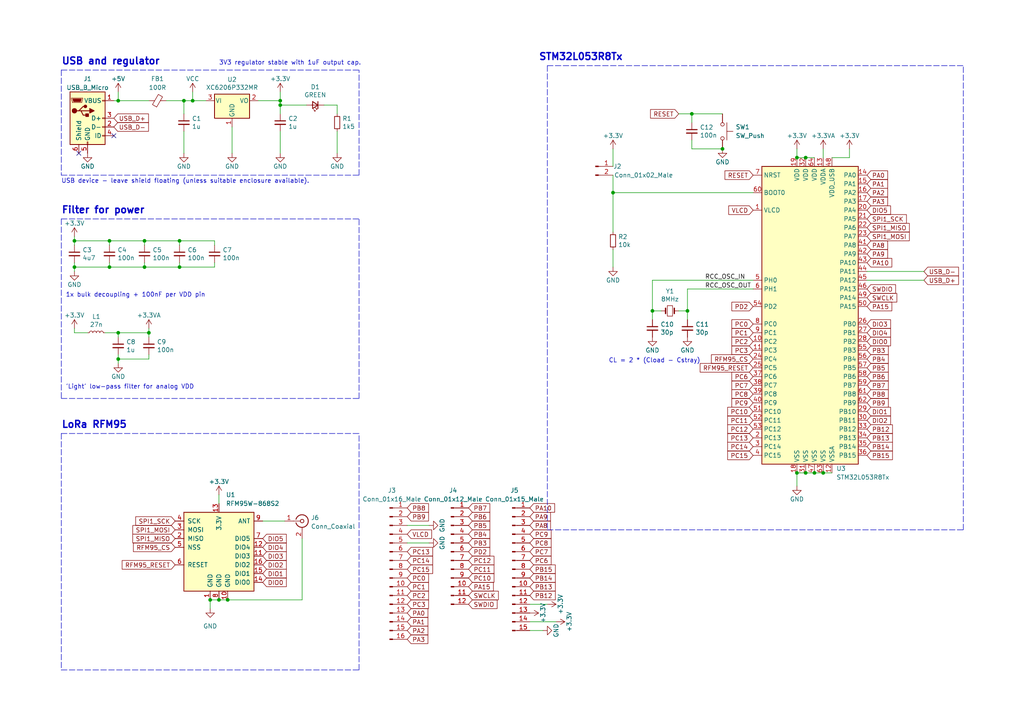
<source format=kicad_sch>
(kicad_sch (version 20211123) (generator eeschema)
  (paper "A4")
  (lib_symbols
    (symbol "Connector:Conn_01x02_Male" (pin_names (offset 1.016) hide)
      (property "Reference" "J" (at 0 2.54 0))
      (property "Value" "Conn_01x02_Male" (at 0 -5.08 0))
      (symbol "Conn_01x02_Male_1_1"
        (pin passive line (at 5.08 0 180) (length 3.81) (name "Pin_1") (number "1"))
        (pin passive line (at 5.08 -2.54 180) (length 3.81) (name "Pin_2") (number "2"))
      )
    )
    (symbol "Connector:Conn_01x12_Male" (pin_names (offset 1.016) hide)
      (property "Reference" "J" (at 0 15.24 0))
      (property "Value" "Conn_01x12_Male" (at 0 -17.78 0))
      (symbol "Conn_01x12_Male_1_1"
        (pin passive line (at 5.08 12.7 180) (length 3.81) (name "Pin_1") (number "1"))
        (pin passive line (at 5.08 -10.16 180) (length 3.81) (name "Pin_10") (number "10"))
        (pin passive line (at 5.08 -12.7 180) (length 3.81) (name "Pin_11") (number "11"))
        (pin passive line (at 5.08 -15.24 180) (length 3.81) (name "Pin_12") (number "12"))
        (pin passive line (at 5.08 10.16 180) (length 3.81) (name "Pin_2") (number "2"))
        (pin passive line (at 5.08 7.62 180) (length 3.81) (name "Pin_3") (number "3"))
        (pin passive line (at 5.08 5.08 180) (length 3.81) (name "Pin_4") (number "4"))
        (pin passive line (at 5.08 2.54 180) (length 3.81) (name "Pin_5") (number "5"))
        (pin passive line (at 5.08 0 180) (length 3.81) (name "Pin_6") (number "6"))
        (pin passive line (at 5.08 -2.54 180) (length 3.81) (name "Pin_7") (number "7"))
        (pin passive line (at 5.08 -5.08 180) (length 3.81) (name "Pin_8") (number "8"))
        (pin passive line (at 5.08 -7.62 180) (length 3.81) (name "Pin_9") (number "9"))
      )
    )
    (symbol "Connector:Conn_01x15_Male" (pin_names (offset 1.016) hide)
      (property "Reference" "J" (at 0 20.32 0))
      (property "Value" "Conn_01x15_Male" (at 0 -20.32 0))
      (symbol "Conn_01x15_Male_1_1"
        (pin passive line (at 5.08 17.78 180) (length 3.81) (name "Pin_1") (number "1"))
        (pin passive line (at 5.08 -5.08 180) (length 3.81) (name "Pin_10") (number "10"))
        (pin passive line (at 5.08 -7.62 180) (length 3.81) (name "Pin_11") (number "11"))
        (pin passive line (at 5.08 -10.16 180) (length 3.81) (name "Pin_12") (number "12"))
        (pin passive line (at 5.08 -12.7 180) (length 3.81) (name "Pin_13") (number "13"))
        (pin passive line (at 5.08 -15.24 180) (length 3.81) (name "Pin_14") (number "14"))
        (pin passive line (at 5.08 -17.78 180) (length 3.81) (name "Pin_15") (number "15"))
        (pin passive line (at 5.08 15.24 180) (length 3.81) (name "Pin_2") (number "2"))
        (pin passive line (at 5.08 12.7 180) (length 3.81) (name "Pin_3") (number "3"))
        (pin passive line (at 5.08 10.16 180) (length 3.81) (name "Pin_4") (number "4"))
        (pin passive line (at 5.08 7.62 180) (length 3.81) (name "Pin_5") (number "5"))
        (pin passive line (at 5.08 5.08 180) (length 3.81) (name "Pin_6") (number "6"))
        (pin passive line (at 5.08 2.54 180) (length 3.81) (name "Pin_7") (number "7"))
        (pin passive line (at 5.08 0 180) (length 3.81) (name "Pin_8") (number "8"))
        (pin passive line (at 5.08 -2.54 180) (length 3.81) (name "Pin_9") (number "9"))
      )
    )
    (symbol "Connector:Conn_01x16_Male" (pin_names (offset 1.016) hide)
      (property "Reference" "J" (at 0 20.32 0))
      (property "Value" "Conn_01x16_Male" (at 0 -22.86 0))
      (symbol "Conn_01x16_Male_1_1"
        (pin passive line (at 5.08 17.78 180) (length 3.81) (name "Pin_1") (number "1"))
        (pin passive line (at 5.08 -5.08 180) (length 3.81) (name "Pin_10") (number "10"))
        (pin passive line (at 5.08 -7.62 180) (length 3.81) (name "Pin_11") (number "11"))
        (pin passive line (at 5.08 -10.16 180) (length 3.81) (name "Pin_12") (number "12"))
        (pin passive line (at 5.08 -12.7 180) (length 3.81) (name "Pin_13") (number "13"))
        (pin passive line (at 5.08 -15.24 180) (length 3.81) (name "Pin_14") (number "14"))
        (pin passive line (at 5.08 -17.78 180) (length 3.81) (name "Pin_15") (number "15"))
        (pin passive line (at 5.08 -20.32 180) (length 3.81) (name "Pin_16") (number "16"))
        (pin passive line (at 5.08 15.24 180) (length 3.81) (name "Pin_2") (number "2"))
        (pin passive line (at 5.08 12.7 180) (length 3.81) (name "Pin_3") (number "3"))
        (pin passive line (at 5.08 10.16 180) (length 3.81) (name "Pin_4") (number "4"))
        (pin passive line (at 5.08 7.62 180) (length 3.81) (name "Pin_5") (number "5"))
        (pin passive line (at 5.08 5.08 180) (length 3.81) (name "Pin_6") (number "6"))
        (pin passive line (at 5.08 2.54 180) (length 3.81) (name "Pin_7") (number "7"))
        (pin passive line (at 5.08 0 180) (length 3.81) (name "Pin_8") (number "8"))
        (pin passive line (at 5.08 -2.54 180) (length 3.81) (name "Pin_9") (number "9"))
      )
    )
    (symbol "Connector:Conn_Coaxial" (pin_names (offset 1.016) hide)
      (property "Reference" "J" (at 0.254 3.048 0))
      (property "Value" "Conn_Coaxial" (at 2.921 0 90))
      (symbol "Conn_Coaxial_1_1"
        (pin passive line (at -5.08 0 0) (length 2.54) (name "In") (number "1"))
        (pin passive line (at 0 -5.08 90) (length 2.54) (name "Ext") (number "2"))
      )
    )
    (symbol "Connector:USB_B_Micro" (pin_names (offset 1.016))
      (property "Reference" "J" (at -5.08 11.43 0))
      (property "Value" "USB_B_Micro" (at -5.08 8.89 0))
      (symbol "USB_B_Micro_1_1"
        (pin power_out line (at 7.62 5.08 180) (length 2.54) (name "VBUS") (number "1"))
        (pin bidirectional line (at 7.62 -2.54 180) (length 2.54) (name "D-") (number "2"))
        (pin bidirectional line (at 7.62 0 180) (length 2.54) (name "D+") (number "3"))
        (pin passive line (at 7.62 -5.08 180) (length 2.54) (name "ID") (number "4"))
        (pin power_out line (at 0 -10.16 90) (length 2.54) (name "GND") (number "5"))
        (pin passive line (at -2.54 -10.16 90) (length 2.54) (name "Shield") (number "6"))
      )
    )
    (symbol "Device:C_Small" (pin_numbers hide) (pin_names (offset 0.254) hide)
      (property "Reference" "C" (at 0.254 1.778 0))
      (property "Value" "C_Small" (at 0.254 -2.032 0))
      (symbol "C_Small_1_1"
        (pin passive line (at 0 2.54 270) (length 2.032) (name "~") (number "1"))
        (pin passive line (at 0 -2.54 90) (length 2.032) (name "~") (number "2"))
      )
    )
    (symbol "Device:Crystal_Small" (pin_numbers hide) (pin_names (offset 1.016) hide)
      (property "Reference" "Y" (at 0 2.54 0))
      (property "Value" "Crystal_Small" (at 0 -2.54 0))
      (symbol "Crystal_Small_1_1"
        (pin passive line (at -2.54 0 0) (length 1.27) (name "1") (number "1"))
        (pin passive line (at 2.54 0 180) (length 1.27) (name "2") (number "2"))
      )
    )
    (symbol "Device:FerriteBead_Small" (pin_numbers hide) (pin_names (offset 0))
      (property "Reference" "FB" (at 1.905 1.27 0))
      (property "Value" "FerriteBead_Small" (at 1.905 -1.27 0))
      (symbol "FerriteBead_Small_1_1"
        (pin passive line (at 0 2.54 270) (length 1.27) (name "~") (number "1"))
        (pin passive line (at 0 -2.54 90) (length 1.27) (name "~") (number "2"))
      )
    )
    (symbol "Device:LED_Small" (pin_numbers hide) (pin_names (offset 0.254) hide)
      (property "Reference" "D" (at -1.27 3.175 0))
      (property "Value" "LED_Small" (at -4.445 -2.54 0))
      (symbol "LED_Small_1_1"
        (pin passive line (at -2.54 0 0) (length 1.778) (name "K") (number "1"))
        (pin passive line (at 2.54 0 180) (length 1.778) (name "A") (number "2"))
      )
    )
    (symbol "Device:L_Small" (pin_numbers hide) (pin_names (offset 0.254) hide)
      (property "Reference" "L" (at 0.762 1.016 0))
      (property "Value" "L_Small" (at 0.762 -1.016 0))
      (symbol "L_Small_1_1"
        (pin passive line (at 0 2.54 270) (length 0.508) (name "~") (number "1"))
        (pin passive line (at 0 -2.54 90) (length 0.508) (name "~") (number "2"))
      )
    )
    (symbol "Device:R_Small" (pin_numbers hide) (pin_names (offset 0.254) hide)
      (property "Reference" "R" (at 0.762 0.508 0))
      (property "Value" "R_Small" (at 0.762 -1.016 0))
      (symbol "R_Small_1_1"
        (pin passive line (at 0 2.54 270) (length 0.762) (name "~") (number "1"))
        (pin passive line (at 0 -2.54 90) (length 0.762) (name "~") (number "2"))
      )
    )
    (symbol "MCU_ST_STM32L0:STM32L053R8Tx"
      (property "Reference" "U" (at -15.24 44.45 0))
      (property "Value" "STM32L053R8Tx" (at 7.62 44.45 0))
      (symbol "STM32L053R8Tx_1_1"
        (pin power_in line (at -17.78 30.48 0) (length 2.54) (name "VLCD") (number "1"))
        (pin bidirectional line (at -17.78 -7.62 0) (length 2.54) (name "PC2") (number "10"))
        (pin bidirectional line (at -17.78 -10.16 0) (length 2.54) (name "PC3") (number "11"))
        (pin power_in line (at 5.08 -45.72 90) (length 2.54) (name "VSSA") (number "12"))
        (pin power_in line (at 2.54 45.72 270) (length 2.54) (name "VDDA") (number "13"))
        (pin bidirectional line (at 15.24 40.64 180) (length 2.54) (name "PA0") (number "14"))
        (pin bidirectional line (at 15.24 38.1 180) (length 2.54) (name "PA1") (number "15"))
        (pin bidirectional line (at 15.24 35.56 180) (length 2.54) (name "PA2") (number "16"))
        (pin bidirectional line (at 15.24 33.02 180) (length 2.54) (name "PA3") (number "17"))
        (pin power_in line (at -5.08 -45.72 90) (length 2.54) (name "VSS") (number "18"))
        (pin power_in line (at -5.08 45.72 270) (length 2.54) (name "VDD") (number "19"))
        (pin bidirectional line (at -17.78 -35.56 0) (length 2.54) (name "PC13") (number "2"))
        (pin bidirectional line (at 15.24 30.48 180) (length 2.54) (name "PA4") (number "20"))
        (pin bidirectional line (at 15.24 27.94 180) (length 2.54) (name "PA5") (number "21"))
        (pin bidirectional line (at 15.24 25.4 180) (length 2.54) (name "PA6") (number "22"))
        (pin bidirectional line (at 15.24 22.86 180) (length 2.54) (name "PA7") (number "23"))
        (pin bidirectional line (at -17.78 -12.7 0) (length 2.54) (name "PC4") (number "24"))
        (pin bidirectional line (at -17.78 -15.24 0) (length 2.54) (name "PC5") (number "25"))
        (pin bidirectional line (at 15.24 -2.54 180) (length 2.54) (name "PB0") (number "26"))
        (pin bidirectional line (at 15.24 -5.08 180) (length 2.54) (name "PB1") (number "27"))
        (pin bidirectional line (at 15.24 -7.62 180) (length 2.54) (name "PB2") (number "28"))
        (pin bidirectional line (at 15.24 -27.94 180) (length 2.54) (name "PB10") (number "29"))
        (pin bidirectional line (at -17.78 -38.1 0) (length 2.54) (name "PC14") (number "3"))
        (pin bidirectional line (at 15.24 -30.48 180) (length 2.54) (name "PB11") (number "30"))
        (pin power_in line (at -2.54 -45.72 90) (length 2.54) (name "VSS") (number "31"))
        (pin power_in line (at -2.54 45.72 270) (length 2.54) (name "VDD") (number "32"))
        (pin bidirectional line (at 15.24 -33.02 180) (length 2.54) (name "PB12") (number "33"))
        (pin bidirectional line (at 15.24 -35.56 180) (length 2.54) (name "PB13") (number "34"))
        (pin bidirectional line (at 15.24 -38.1 180) (length 2.54) (name "PB14") (number "35"))
        (pin bidirectional line (at 15.24 -40.64 180) (length 2.54) (name "PB15") (number "36"))
        (pin bidirectional line (at -17.78 -17.78 0) (length 2.54) (name "PC6") (number "37"))
        (pin bidirectional line (at -17.78 -20.32 0) (length 2.54) (name "PC7") (number "38"))
        (pin bidirectional line (at -17.78 -22.86 0) (length 2.54) (name "PC8") (number "39"))
        (pin bidirectional line (at -17.78 -40.64 0) (length 2.54) (name "PC15") (number "4"))
        (pin bidirectional line (at -17.78 -25.4 0) (length 2.54) (name "PC9") (number "40"))
        (pin bidirectional line (at 15.24 20.32 180) (length 2.54) (name "PA8") (number "41"))
        (pin bidirectional line (at 15.24 17.78 180) (length 2.54) (name "PA9") (number "42"))
        (pin bidirectional line (at 15.24 15.24 180) (length 2.54) (name "PA10") (number "43"))
        (pin bidirectional line (at 15.24 12.7 180) (length 2.54) (name "PA11") (number "44"))
        (pin bidirectional line (at 15.24 10.16 180) (length 2.54) (name "PA12") (number "45"))
        (pin bidirectional line (at 15.24 7.62 180) (length 2.54) (name "PA13") (number "46"))
        (pin power_in line (at 0 -45.72 90) (length 2.54) (name "VSS") (number "47"))
        (pin power_in line (at 5.08 45.72 270) (length 2.54) (name "VDD_USB") (number "48"))
        (pin bidirectional line (at 15.24 5.08 180) (length 2.54) (name "PA14") (number "49"))
        (pin input line (at -17.78 10.16 0) (length 2.54) (name "PH0") (number "5"))
        (pin bidirectional line (at 15.24 2.54 180) (length 2.54) (name "PA15") (number "50"))
        (pin bidirectional line (at -17.78 -27.94 0) (length 2.54) (name "PC10") (number "51"))
        (pin bidirectional line (at -17.78 -30.48 0) (length 2.54) (name "PC11") (number "52"))
        (pin bidirectional line (at -17.78 -33.02 0) (length 2.54) (name "PC12") (number "53"))
        (pin bidirectional line (at -17.78 2.54 0) (length 2.54) (name "PD2") (number "54"))
        (pin bidirectional line (at 15.24 -10.16 180) (length 2.54) (name "PB3") (number "55"))
        (pin bidirectional line (at 15.24 -12.7 180) (length 2.54) (name "PB4") (number "56"))
        (pin bidirectional line (at 15.24 -15.24 180) (length 2.54) (name "PB5") (number "57"))
        (pin bidirectional line (at 15.24 -17.78 180) (length 2.54) (name "PB6") (number "58"))
        (pin bidirectional line (at 15.24 -20.32 180) (length 2.54) (name "PB7") (number "59"))
        (pin input line (at -17.78 7.62 0) (length 2.54) (name "PH1") (number "6"))
        (pin input line (at -17.78 35.56 0) (length 2.54) (name "BOOT0") (number "60"))
        (pin bidirectional line (at 15.24 -22.86 180) (length 2.54) (name "PB8") (number "61"))
        (pin bidirectional line (at 15.24 -25.4 180) (length 2.54) (name "PB9") (number "62"))
        (pin power_in line (at 2.54 -45.72 90) (length 2.54) (name "VSS") (number "63"))
        (pin power_in line (at 0 45.72 270) (length 2.54) (name "VDD") (number "64"))
        (pin input line (at -17.78 40.64 0) (length 2.54) (name "NRST") (number "7"))
        (pin bidirectional line (at -17.78 -2.54 0) (length 2.54) (name "PC0") (number "8"))
        (pin bidirectional line (at -17.78 -5.08 0) (length 2.54) (name "PC1") (number "9"))
      )
    )
    (symbol "RF_Module:RFM95W-868S2" (pin_names (offset 1.016))
      (property "Reference" "U" (at -10.414 11.684 0))
      (property "Value" "RFM95W-868S2" (at 1.524 11.43 0))
      (symbol "RFM95W-868S2_1_1"
        (pin power_in line (at -2.54 -15.24 90) (length 2.54) (name "GND") (number "1"))
        (pin power_in line (at 2.54 -15.24 90) (length 2.54) (name "GND") (number "10"))
        (pin bidirectional line (at 12.7 -2.54 180) (length 2.54) (name "DIO3") (number "11"))
        (pin bidirectional line (at 12.7 0 180) (length 2.54) (name "DIO4") (number "12"))
        (pin power_in line (at 0 12.7 270) (length 2.54) (name "3.3V") (number "13"))
        (pin bidirectional line (at 12.7 -10.16 180) (length 2.54) (name "DIO0") (number "14"))
        (pin bidirectional line (at 12.7 -7.62 180) (length 2.54) (name "DIO1") (number "15"))
        (pin bidirectional line (at 12.7 -5.08 180) (length 2.54) (name "DIO2") (number "16"))
        (pin output line (at -12.7 2.54 0) (length 2.54) (name "MISO") (number "2"))
        (pin input line (at -12.7 5.08 0) (length 2.54) (name "MOSI") (number "3"))
        (pin input line (at -12.7 7.62 0) (length 2.54) (name "SCK") (number "4"))
        (pin input line (at -12.7 0 0) (length 2.54) (name "NSS") (number "5"))
        (pin bidirectional line (at -12.7 -5.08 0) (length 2.54) (name "RESET") (number "6"))
        (pin bidirectional line (at 12.7 2.54 180) (length 2.54) (name "DIO5") (number "7"))
        (pin power_in line (at 0 -15.24 90) (length 2.54) (name "GND") (number "8"))
        (pin bidirectional line (at 12.7 7.62 180) (length 2.54) (name "ANT") (number "9"))
      )
    )
    (symbol "Regulator_Linear:XC6206PxxxMR" (pin_names (offset 0.254))
      (property "Reference" "U" (at -3.81 3.175 0))
      (property "Value" "XC6206PxxxMR" (at 0 3.175 0))
      (symbol "XC6206PxxxMR_1_1"
        (pin power_in line (at 0 -7.62 90) (length 2.54) (name "GND") (number "1"))
        (pin power_out line (at 7.62 0 180) (length 2.54) (name "VO") (number "2"))
        (pin power_in line (at -7.62 0 0) (length 2.54) (name "VI") (number "3"))
      )
    )
    (symbol "Switch:SW_Push" (pin_numbers hide) (pin_names (offset 1.016) hide)
      (property "Reference" "SW" (at 1.27 2.54 0))
      (property "Value" "SW_Push" (at 0 -1.524 0))
      (symbol "SW_Push_0_1"
        (pin passive line (at -5.08 0 0) (length 2.54) (name "1") (number "1"))
        (pin passive line (at 5.08 0 180) (length 2.54) (name "2") (number "2"))
      )
    )
    (symbol "power:+3.3V" (power) (pin_names (offset 0))
      (property "Value" "+3.3V" (at 0 3.556 0))
      (symbol "+3.3V_1_1"
        (pin power_in line (at 0 0 90) (length 0) hide (name "+3.3V") (number "1"))
      )
    )
    (symbol "power:+3.3VA" (power) (pin_names (offset 0))
      (property "Value" "+3.3VA" (at 0 3.556 0))
      (symbol "+3.3VA_1_1"
        (pin power_in line (at 0 0 90) (length 0) hide (name "+3.3VA") (number "1"))
      )
    )
    (symbol "power:+5V" (power) (pin_names (offset 0))
      (property "Value" "+5V" (at 0 3.556 0))
      (symbol "+5V_1_1"
        (pin power_in line (at 0 0 90) (length 0) hide (name "+5V") (number "1"))
      )
    )
    (symbol "power:GND" (power) (pin_names (offset 0))
      (property "Value" "GND" (at 0 -3.81 0))
      (symbol "GND_1_1"
        (pin power_in line (at 0 0 270) (length 0) hide (name "GND") (number "1"))
      )
    )
    (symbol "power:VCC" (power) (pin_names (offset 0))
      (property "Value" "VCC" (at 0 3.81 0))
      (symbol "VCC_1_1"
        (pin power_in line (at 0 0 90) (length 0) hide (name "VCC") (number "1"))
      )
    )
  )
  (junction (at 233.68 45.72))
  (junction (at 231.14 45.72))
  (junction (at 233.68 137.16))
  (junction (at 200.66 33.02))
  (junction (at 236.22 137.16))
  (junction (at 34.29 29.21))
  (junction (at 177.8 55.88))
  (junction (at 41.91 77.47))
  (junction (at 66.04 173.99))
  (junction (at 238.76 137.16))
  (junction (at 41.91 69.85))
  (junction (at 31.75 77.47))
  (junction (at 81.28 29.21))
  (junction (at 189.23 90.17))
  (junction (at 60.96 173.99))
  (junction (at 21.59 69.85))
  (junction (at 231.14 137.16))
  (junction (at 34.29 96.52))
  (junction (at 52.07 77.47))
  (junction (at 53.34 29.21))
  (junction (at 43.18 96.52))
  (junction (at 63.5 173.99))
  (junction (at 209.55 43.18))
  (junction (at 199.39 90.17))
  (junction (at 52.07 69.85))
  (junction (at 34.29 104.14))
  (junction (at 21.59 77.47))
  (junction (at 81.28 30.48))
  (junction (at 31.75 69.85))
  (junction (at 55.88 29.21))
  (no_connect (at 33.02 39.37))
  (no_connect (at 22.86 44.45))
  (wire (pts (xy 34.29 104.14) (xy 43.18 104.14)))
  (wire (pts (xy 97.79 33.02) (xy 97.79 30.48)))
  (wire (pts (xy 87.63 156.21) (xy 87.63 173.99)))
  (wire (pts (xy 189.23 92.71) (xy 189.23 90.17)))
  (polyline (pts (xy 158.75 19.05) (xy 158.75 153.67)))
  (wire (pts (xy 196.85 33.02) (xy 200.66 33.02)))
  (wire (pts (xy 196.85 90.17) (xy 199.39 90.17)))
  (wire (pts (xy 238.76 43.18) (xy 238.76 45.72)))
  (wire (pts (xy 199.39 92.71) (xy 199.39 90.17)))
  (wire (pts (xy 81.28 29.21) (xy 81.28 30.48)))
  (wire (pts (xy 48.26 29.21) (xy 53.34 29.21)))
  (polyline (pts (xy 104.14 115.57) (xy 104.14 63.5)))
  (wire (pts (xy 200.66 43.18) (xy 209.55 43.18)))
  (wire (pts (xy 189.23 90.17) (xy 191.77 90.17)))
  (polyline (pts (xy 158.75 153.67) (xy 279.4 153.67)))
  (wire (pts (xy 41.91 71.12) (xy 41.91 69.85)))
  (wire (pts (xy 81.28 44.45) (xy 81.28 38.1)))
  (wire (pts (xy 97.79 44.45) (xy 97.79 38.1)))
  (polyline (pts (xy 104.14 50.8) (xy 104.14 20.32)))
  (wire (pts (xy 30.48 96.52) (xy 34.29 96.52)))
  (wire (pts (xy 34.29 102.87) (xy 34.29 104.14)))
  (wire (pts (xy 41.91 77.47) (xy 52.07 77.47)))
  (wire (pts (xy 55.88 29.21) (xy 53.34 29.21)))
  (polyline (pts (xy 279.4 153.67) (xy 279.4 19.05)))
  (wire (pts (xy 233.68 45.72) (xy 236.22 45.72)))
  (polyline (pts (xy 104.14 194.31) (xy 104.14 125.73)))
  (wire (pts (xy 87.63 173.99) (xy 66.04 173.99)))
  (wire (pts (xy 41.91 76.2) (xy 41.91 77.47)))
  (polyline (pts (xy 17.78 20.32) (xy 104.14 20.32)))
  (wire (pts (xy 31.75 77.47) (xy 41.91 77.47)))
  (wire (pts (xy 81.28 26.67) (xy 81.28 29.21)))
  (wire (pts (xy 199.39 90.17) (xy 199.39 83.82)))
  (wire (pts (xy 55.88 26.67) (xy 55.88 29.21)))
  (wire (pts (xy 236.22 137.16) (xy 238.76 137.16)))
  (wire (pts (xy 53.34 29.21) (xy 53.34 33.02)))
  (wire (pts (xy 21.59 77.47) (xy 31.75 77.47)))
  (wire (pts (xy 238.76 137.16) (xy 241.3 137.16)))
  (wire (pts (xy 241.3 45.72) (xy 246.38 45.72)))
  (wire (pts (xy 43.18 95.25) (xy 43.18 96.52)))
  (wire (pts (xy 21.59 76.2) (xy 21.59 77.47)))
  (wire (pts (xy 76.2 151.13) (xy 82.55 151.13)))
  (wire (pts (xy 74.93 29.21) (xy 81.28 29.21)))
  (wire (pts (xy 21.59 69.85) (xy 21.59 71.12)))
  (polyline (pts (xy 17.78 115.57) (xy 104.14 115.57)))
  (wire (pts (xy 31.75 69.85) (xy 21.59 69.85)))
  (wire (pts (xy 62.23 71.12) (xy 62.23 69.85)))
  (polyline (pts (xy 17.78 63.5) (xy 104.14 63.5)))
  (wire (pts (xy 81.28 30.48) (xy 81.28 33.02)))
  (polyline (pts (xy 17.78 125.73) (xy 104.14 125.73)))
  (wire (pts (xy 218.44 55.88) (xy 177.8 55.88)))
  (wire (pts (xy 251.46 81.28) (xy 267.97 81.28)))
  (wire (pts (xy 246.38 45.72) (xy 246.38 43.18)))
  (wire (pts (xy 34.29 26.67) (xy 34.29 29.21)))
  (wire (pts (xy 60.96 173.99) (xy 60.96 176.53)))
  (wire (pts (xy 43.18 29.21) (xy 34.29 29.21)))
  (wire (pts (xy 218.44 81.28) (xy 189.23 81.28)))
  (wire (pts (xy 67.31 44.45) (xy 67.31 36.83)))
  (wire (pts (xy 31.75 69.85) (xy 31.75 71.12)))
  (polyline (pts (xy 17.78 194.31) (xy 104.14 194.31)))
  (wire (pts (xy 41.91 69.85) (xy 31.75 69.85)))
  (wire (pts (xy 200.66 33.02) (xy 209.55 33.02)))
  (wire (pts (xy 177.8 43.18) (xy 177.8 48.26)))
  (wire (pts (xy 59.69 29.21) (xy 55.88 29.21)))
  (wire (pts (xy 118.11 157.48) (xy 124.46 157.48)))
  (wire (pts (xy 62.23 76.2) (xy 62.23 77.47)))
  (wire (pts (xy 34.29 97.79) (xy 34.29 96.52)))
  (polyline (pts (xy 17.78 125.73) (xy 17.78 194.31)))
  (wire (pts (xy 63.5 143.51) (xy 63.5 146.05)))
  (wire (pts (xy 34.29 105.41) (xy 34.29 104.14)))
  (wire (pts (xy 118.11 152.4) (xy 124.46 152.4)))
  (polyline (pts (xy 17.78 20.32) (xy 17.78 50.8)))
  (wire (pts (xy 62.23 69.85) (xy 52.07 69.85)))
  (wire (pts (xy 200.66 35.56) (xy 200.66 33.02)))
  (wire (pts (xy 153.67 182.88) (xy 157.48 182.88)))
  (wire (pts (xy 231.14 137.16) (xy 233.68 137.16)))
  (wire (pts (xy 88.9 30.48) (xy 81.28 30.48)))
  (wire (pts (xy 52.07 77.47) (xy 62.23 77.47)))
  (wire (pts (xy 21.59 68.58) (xy 21.59 69.85)))
  (wire (pts (xy 177.8 77.47) (xy 177.8 72.39)))
  (wire (pts (xy 267.97 78.74) (xy 251.46 78.74)))
  (wire (pts (xy 43.18 96.52) (xy 34.29 96.52)))
  (wire (pts (xy 199.39 83.82) (xy 218.44 83.82)))
  (wire (pts (xy 177.8 50.8) (xy 177.8 55.88)))
  (wire (pts (xy 177.8 55.88) (xy 177.8 67.31)))
  (wire (pts (xy 189.23 81.28) (xy 189.23 90.17)))
  (wire (pts (xy 233.68 137.16) (xy 236.22 137.16)))
  (wire (pts (xy 34.29 29.21) (xy 33.02 29.21)))
  (wire (pts (xy 231.14 45.72) (xy 233.68 45.72)))
  (wire (pts (xy 231.14 137.16) (xy 231.14 140.97)))
  (wire (pts (xy 21.59 77.47) (xy 21.59 78.74)))
  (wire (pts (xy 153.67 180.34) (xy 161.29 180.34)))
  (wire (pts (xy 31.75 77.47) (xy 31.75 76.2)))
  (wire (pts (xy 63.5 173.99) (xy 66.04 173.99)))
  (wire (pts (xy 200.66 40.64) (xy 200.66 43.18)))
  (wire (pts (xy 53.34 44.45) (xy 53.34 38.1)))
  (wire (pts (xy 21.59 96.52) (xy 25.4 96.52)))
  (wire (pts (xy 21.59 95.25) (xy 21.59 96.52)))
  (wire (pts (xy 43.18 104.14) (xy 43.18 102.87)))
  (wire (pts (xy 52.07 71.12) (xy 52.07 69.85)))
  (wire (pts (xy 153.67 175.26) (xy 158.75 175.26)))
  (wire (pts (xy 97.79 30.48) (xy 93.98 30.48)))
  (wire (pts (xy 60.96 173.99) (xy 63.5 173.99)))
  (polyline (pts (xy 17.78 50.8) (xy 104.14 50.8)))
  (wire (pts (xy 52.07 76.2) (xy 52.07 77.47)))
  (wire (pts (xy 231.14 43.18) (xy 231.14 45.72)))
  (polyline (pts (xy 158.75 19.05) (xy 279.4 19.05)))
  (wire (pts (xy 52.07 69.85) (xy 41.91 69.85)))
  (polyline (pts (xy 17.78 63.5) (xy 17.78 115.57)))
  (wire (pts (xy 43.18 97.79) (xy 43.18 96.52)))
  (text "1x bulk decoupling + 100nF per VDD pin" (at 19.05 86.36 0) (effects (font (size 1.27 1.27)) (justify left bottom)))
  (text "LoRa RFM95\n" (at 17.78 124.46 0) (effects (font (size 2.0066 2.0066) (thickness 0.4013) bold) (justify left bottom)))
  (text "USB device - leave shield floating (unless suitable enclosure available)." (at 17.78 53.34 0) (effects (font (size 1.27 1.27)) (justify left bottom)))
  (text "'Light' low-pass filter for analog VDD" (at 19.05 113.03 0) (effects (font (size 1.27 1.27)) (justify left bottom)))
  (text "USB and regulator" (at 17.78 19.05 0) (effects (font (size 2.0066 2.0066) (thickness 0.4013) bold) (justify left bottom)))
  (text "STM32L053R8Tx" (at 156.21 17.78 0) (effects (font (size 2.0066 2.0066) (thickness 0.4013) bold) (justify left bottom)))
  (text "Filter for power\n" (at 17.78 62.23 0) (effects (font (size 2.0066 2.0066) (thickness 0.4013) bold) (justify left bottom)))
  (text "CL = 2 * (Cload - Cstray)" (at 176.53 105.41 0) (effects (font (size 1.27 1.27)) (justify left bottom)))
  (text "3V3 regulator stable with 1uF output cap." (at 63.5 19.05 0) (effects (font (size 1.27 1.27)) (justify left bottom)))
  (label "RCC_OSC_OUT" (at 204.47 83.82 0))
  (label "RCC_OSC_IN" (at 204.47 81.28 0))
  (global_label "PC8" (shape input) (at 218.44 114.3 180) (property "Intersheet References" "${INTERSHEET_REFS}" (effects hide)))
  (global_label "SWDIO" (shape input) (at 251.46 83.82 0) (property "Intersheet References" "${INTERSHEET_REFS}" (effects hide)))
  (global_label "PB13" (shape input) (at 251.46 127 0) (property "Intersheet References" "${INTERSHEET_REFS}" (effects hide)))
  (global_label "PC9" (shape input) (at 153.67 154.94 0) (property "Intersheet References" "${INTERSHEET_REFS}" (effects hide)))
  (global_label "PC6" (shape input) (at 153.67 162.56 0) (property "Intersheet References" "${INTERSHEET_REFS}" (effects hide)))
  (global_label "PC8" (shape input) (at 153.67 157.48 0) (property "Intersheet References" "${INTERSHEET_REFS}" (effects hide)))
  (global_label "PB4" (shape input) (at 135.89 154.94 0) (property "Intersheet References" "${INTERSHEET_REFS}" (effects hide)))
  (global_label "PB9" (shape input) (at 251.46 116.84 0) (property "Intersheet References" "${INTERSHEET_REFS}" (effects hide)))
  (global_label "PA8" (shape input) (at 251.46 71.12 0) (property "Intersheet References" "${INTERSHEET_REFS}" (effects hide)))
  (global_label "PC12" (shape input) (at 135.89 162.56 0) (property "Intersheet References" "${INTERSHEET_REFS}" (effects hide)))
  (global_label "PB3" (shape input) (at 135.89 157.48 0) (property "Intersheet References" "${INTERSHEET_REFS}" (effects hide)))
  (global_label "SPI1_MOSI" (shape input) (at 50.8 153.67 180) (property "Intersheet References" "${INTERSHEET_REFS}" (effects hide)))
  (global_label "DIO5" (shape input) (at 76.2 156.21 0) (property "Intersheet References" "${INTERSHEET_REFS}" (effects hide)))
  (global_label "PA15" (shape input) (at 135.89 170.18 0) (property "Intersheet References" "${INTERSHEET_REFS}" (effects hide)))
  (global_label "PC11" (shape input) (at 135.89 165.1 0) (property "Intersheet References" "${INTERSHEET_REFS}" (effects hide)))
  (global_label "PA10" (shape input) (at 153.67 147.32 0) (property "Intersheet References" "${INTERSHEET_REFS}" (effects hide)))
  (global_label "PC10" (shape input) (at 218.44 119.38 180) (property "Intersheet References" "${INTERSHEET_REFS}" (effects hide)))
  (global_label "DIO5" (shape input) (at 251.46 60.96 0) (property "Intersheet References" "${INTERSHEET_REFS}" (effects hide)))
  (global_label "PC13" (shape input) (at 118.11 160.02 0) (property "Intersheet References" "${INTERSHEET_REFS}" (effects hide)))
  (global_label "PC6" (shape input) (at 218.44 109.22 180) (property "Intersheet References" "${INTERSHEET_REFS}" (effects hide)))
  (global_label "SWCLK" (shape input) (at 135.89 172.72 0) (property "Intersheet References" "${INTERSHEET_REFS}" (effects hide)))
  (global_label "PC7" (shape input) (at 153.67 160.02 0) (property "Intersheet References" "${INTERSHEET_REFS}" (effects hide)))
  (global_label "SWDIO" (shape input) (at 135.89 175.26 0) (property "Intersheet References" "${INTERSHEET_REFS}" (effects hide)))
  (global_label "PB13" (shape input) (at 153.67 170.18 0) (property "Intersheet References" "${INTERSHEET_REFS}" (effects hide)))
  (global_label "PC0" (shape input) (at 118.11 167.64 0) (property "Intersheet References" "${INTERSHEET_REFS}" (effects hide)))
  (global_label "SPI1_MOSI" (shape input) (at 251.46 68.58 0) (property "Intersheet References" "${INTERSHEET_REFS}" (effects hide)))
  (global_label "PC13" (shape input) (at 218.44 127 180) (property "Intersheet References" "${INTERSHEET_REFS}" (effects hide)))
  (global_label "PC9" (shape input) (at 218.44 116.84 180) (property "Intersheet References" "${INTERSHEET_REFS}" (effects hide)))
  (global_label "RFM95_RESET" (shape input) (at 218.44 106.68 180) (property "Intersheet References" "${INTERSHEET_REFS}" (effects hide)))
  (global_label "DIO3" (shape input) (at 251.46 93.98 0) (property "Intersheet References" "${INTERSHEET_REFS}" (effects hide)))
  (global_label "PC14" (shape input) (at 118.11 162.56 0) (property "Intersheet References" "${INTERSHEET_REFS}" (effects hide)))
  (global_label "PB5" (shape input) (at 251.46 106.68 0) (property "Intersheet References" "${INTERSHEET_REFS}" (effects hide)))
  (global_label "PB8" (shape input) (at 251.46 114.3 0) (property "Intersheet References" "${INTERSHEET_REFS}" (effects hide)))
  (global_label "PA10" (shape input) (at 251.46 76.2 0) (property "Intersheet References" "${INTERSHEET_REFS}" (effects hide)))
  (global_label "DIO3" (shape input) (at 76.2 161.29 0) (property "Intersheet References" "${INTERSHEET_REFS}" (effects hide)))
  (global_label "PB8" (shape input) (at 118.11 147.32 0) (property "Intersheet References" "${INTERSHEET_REFS}" (effects hide)))
  (global_label "PB15" (shape input) (at 251.46 132.08 0) (property "Intersheet References" "${INTERSHEET_REFS}" (effects hide)))
  (global_label "DIO2" (shape input) (at 76.2 163.83 0) (property "Intersheet References" "${INTERSHEET_REFS}" (effects hide)))
  (global_label "SPI1_SCK" (shape input) (at 251.46 63.5 0) (property "Intersheet References" "${INTERSHEET_REFS}" (effects hide)))
  (global_label "USB_D-" (shape input) (at 267.97 78.74 0) (property "Intersheet References" "${INTERSHEET_REFS}" (effects hide)))
  (global_label "PC2" (shape input) (at 218.44 99.06 180) (property "Intersheet References" "${INTERSHEET_REFS}" (effects hide)))
  (global_label "RFM95_CS" (shape input) (at 218.44 104.14 180) (property "Intersheet References" "${INTERSHEET_REFS}" (effects hide)))
  (global_label "PD2" (shape input) (at 135.89 160.02 0) (property "Intersheet References" "${INTERSHEET_REFS}" (effects hide)))
  (global_label "PA2" (shape input) (at 251.46 55.88 0) (property "Intersheet References" "${INTERSHEET_REFS}" (effects hide)))
  (global_label "PC12" (shape input) (at 218.44 124.46 180) (property "Intersheet References" "${INTERSHEET_REFS}" (effects hide)))
  (global_label "PA1" (shape input) (at 118.11 180.34 0) (property "Intersheet References" "${INTERSHEET_REFS}" (effects hide)))
  (global_label "DIO2" (shape input) (at 251.46 121.92 0) (property "Intersheet References" "${INTERSHEET_REFS}" (effects hide)))
  (global_label "PD2" (shape input) (at 218.44 88.9 180) (property "Intersheet References" "${INTERSHEET_REFS}" (effects hide)))
  (global_label "PA1" (shape input) (at 251.46 53.34 0) (property "Intersheet References" "${INTERSHEET_REFS}" (effects hide)))
  (global_label "PC0" (shape input) (at 218.44 93.98 180) (property "Intersheet References" "${INTERSHEET_REFS}" (effects hide)))
  (global_label "PC1" (shape input) (at 118.11 170.18 0) (property "Intersheet References" "${INTERSHEET_REFS}" (effects hide)))
  (global_label "PC10" (shape input) (at 135.89 167.64 0) (property "Intersheet References" "${INTERSHEET_REFS}" (effects hide)))
  (global_label "PB6" (shape input) (at 251.46 109.22 0) (property "Intersheet References" "${INTERSHEET_REFS}" (effects hide)))
  (global_label "DIO1" (shape input) (at 76.2 166.37 0) (property "Intersheet References" "${INTERSHEET_REFS}" (effects hide)))
  (global_label "PC1" (shape input) (at 218.44 96.52 180) (property "Intersheet References" "${INTERSHEET_REFS}" (effects hide)))
  (global_label "RESET" (shape input) (at 218.44 50.8 180) (property "Intersheet References" "${INTERSHEET_REFS}" (effects hide)))
  (global_label "VLCD" (shape input) (at 218.44 60.96 180) (property "Intersheet References" "${INTERSHEET_REFS}" (effects hide)))
  (global_label "PC14" (shape input) (at 218.44 129.54 180) (property "Intersheet References" "${INTERSHEET_REFS}" (effects hide)))
  (global_label "PB6" (shape input) (at 135.89 149.86 0) (property "Intersheet References" "${INTERSHEET_REFS}" (effects hide)))
  (global_label "PC3" (shape input) (at 118.11 175.26 0) (property "Intersheet References" "${INTERSHEET_REFS}" (effects hide)))
  (global_label "PB12" (shape input) (at 153.67 172.72 0) (property "Intersheet References" "${INTERSHEET_REFS}" (effects hide)))
  (global_label "RESET" (shape input) (at 196.85 33.02 180) (property "Intersheet References" "${INTERSHEET_REFS}" (effects hide)))
  (global_label "PB3" (shape input) (at 251.46 101.6 0) (property "Intersheet References" "${INTERSHEET_REFS}" (effects hide)))
  (global_label "PC7" (shape input) (at 218.44 111.76 180) (property "Intersheet References" "${INTERSHEET_REFS}" (effects hide)))
  (global_label "PA15" (shape input) (at 251.46 88.9 0) (property "Intersheet References" "${INTERSHEET_REFS}" (effects hide)))
  (global_label "PA2" (shape input) (at 118.11 182.88 0) (property "Intersheet References" "${INTERSHEET_REFS}" (effects hide)))
  (global_label "PB7" (shape input) (at 251.46 111.76 0) (property "Intersheet References" "${INTERSHEET_REFS}" (effects hide)))
  (global_label "PA0" (shape input) (at 251.46 50.8 0) (property "Intersheet References" "${INTERSHEET_REFS}" (effects hide)))
  (global_label "DIO0" (shape input) (at 76.2 168.91 0) (property "Intersheet References" "${INTERSHEET_REFS}" (effects hide)))
  (global_label "USB_D+" (shape input) (at 33.02 34.29 0) (property "Intersheet References" "${INTERSHEET_REFS}" (effects hide)))
  (global_label "PA0" (shape input) (at 118.11 177.8 0) (property "Intersheet References" "${INTERSHEET_REFS}" (effects hide)))
  (global_label "PC3" (shape input) (at 218.44 101.6 180) (property "Intersheet References" "${INTERSHEET_REFS}" (effects hide)))
  (global_label "USB_D-" (shape input) (at 33.02 36.83 0) (property "Intersheet References" "${INTERSHEET_REFS}" (effects hide)))
  (global_label "SPI1_MISO" (shape input) (at 50.8 156.21 180) (property "Intersheet References" "${INTERSHEET_REFS}" (effects hide)))
  (global_label "PC11" (shape input) (at 218.44 121.92 180) (property "Intersheet References" "${INTERSHEET_REFS}" (effects hide)))
  (global_label "RFM95_CS" (shape input) (at 50.8 158.75 180) (property "Intersheet References" "${INTERSHEET_REFS}" (effects hide)))
  (global_label "DIO0" (shape input) (at 251.46 99.06 0) (property "Intersheet References" "${INTERSHEET_REFS}" (effects hide)))
  (global_label "USB_D+" (shape input) (at 267.97 81.28 0) (property "Intersheet References" "${INTERSHEET_REFS}" (effects hide)))
  (global_label "PA3" (shape input) (at 118.11 185.42 0) (property "Intersheet References" "${INTERSHEET_REFS}" (effects hide)))
  (global_label "PB15" (shape input) (at 153.67 165.1 0) (property "Intersheet References" "${INTERSHEET_REFS}" (effects hide)))
  (global_label "PB7" (shape input) (at 135.89 147.32 0) (property "Intersheet References" "${INTERSHEET_REFS}" (effects hide)))
  (global_label "VLCD" (shape input) (at 118.11 154.94 0) (property "Intersheet References" "${INTERSHEET_REFS}" (effects hide)))
  (global_label "DIO4" (shape input) (at 76.2 158.75 0) (property "Intersheet References" "${INTERSHEET_REFS}" (effects hide)))
  (global_label "PB4" (shape input) (at 251.46 104.14 0) (property "Intersheet References" "${INTERSHEET_REFS}" (effects hide)))
  (global_label "PB14" (shape input) (at 251.46 129.54 0) (property "Intersheet References" "${INTERSHEET_REFS}" (effects hide)))
  (global_label "PC15" (shape input) (at 118.11 165.1 0) (property "Intersheet References" "${INTERSHEET_REFS}" (effects hide)))
  (global_label "DIO4" (shape input) (at 251.46 96.52 0) (property "Intersheet References" "${INTERSHEET_REFS}" (effects hide)))
  (global_label "PA3" (shape input) (at 251.46 58.42 0) (property "Intersheet References" "${INTERSHEET_REFS}" (effects hide)))
  (global_label "DIO1" (shape input) (at 251.46 119.38 0) (property "Intersheet References" "${INTERSHEET_REFS}" (effects hide)))
  (global_label "SPI1_SCK" (shape input) (at 50.8 151.13 180) (property "Intersheet References" "${INTERSHEET_REFS}" (effects hide)))
  (global_label "SWCLK" (shape input) (at 251.46 86.36 0) (property "Intersheet References" "${INTERSHEET_REFS}" (effects hide)))
  (global_label "PA9" (shape input) (at 251.46 73.66 0) (property "Intersheet References" "${INTERSHEET_REFS}" (effects hide)))
  (global_label "PA9" (shape input) (at 153.67 149.86 0) (property "Intersheet References" "${INTERSHEET_REFS}" (effects hide)))
  (global_label "PC15" (shape input) (at 218.44 132.08 180) (property "Intersheet References" "${INTERSHEET_REFS}" (effects hide)))
  (global_label "PB5" (shape input) (at 135.89 152.4 0) (property "Intersheet References" "${INTERSHEET_REFS}" (effects hide)))
  (global_label "PA8" (shape input) (at 153.67 152.4 0) (property "Intersheet References" "${INTERSHEET_REFS}" (effects hide)))
  (global_label "PB12" (shape input) (at 251.46 124.46 0) (property "Intersheet References" "${INTERSHEET_REFS}" (effects hide)))
  (global_label "PB9" (shape input) (at 118.11 149.86 0) (property "Intersheet References" "${INTERSHEET_REFS}" (effects hide)))
  (global_label "PB14" (shape input) (at 153.67 167.64 0) (property "Intersheet References" "${INTERSHEET_REFS}" (effects hide)))
  (global_label "SPI1_MISO" (shape input) (at 251.46 66.04 0) (property "Intersheet References" "${INTERSHEET_REFS}" (effects hide)))
  (global_label "RFM95_RESET" (shape input) (at 50.8 163.83 180) (property "Intersheet References" "${INTERSHEET_REFS}" (effects hide)))
  (global_label "PC2" (shape input) (at 118.11 172.72 0) (property "Intersheet References" "${INTERSHEET_REFS}" (effects hide)))
  (symbol (lib_id "Regulator_Linear:XC6206PxxxMR") (at 67.31 29.21 0) (unit 1)
    (property "Reference" "U2" (at 67.31 23.0632 0))
    (property "Value" "XC6206P332MR" (at 67.31 25.3746 0))
    (property "Footprint" "Package_TO_SOT_SMD:SOT-23" (effects hide))
    (property "Datasheet" "https://www.torexsemi.com/file/xc6206/XC6206.pdf" (effects hide))
    (property "LCSC Part #" "C5446" (effects hide))
  )
  (symbol (lib_id "power:GND") (at 189.23 97.79 0) (unit 1)
    (property "Reference" "#PWR0108" (effects hide))
    (property "Value" "GND" (at 189.23 101.6 0))
  )
  (symbol (lib_id "power:+3.3V") (at 153.67 177.8 270) (unit 1)
    (property "Reference" "#PWR0126" (effects hide))
    (property "Value" "+3.3V" (at 157.48 177.8 0))
  )
  (symbol (lib_id "power:GND") (at 157.48 182.88 90) (unit 1)
    (property "Reference" "#PWR0129" (effects hide))
    (property "Value" "GND" (at 161.29 182.88 0))
  )
  (symbol (lib_id "power:GND") (at 25.4 44.45 0) (mirror y) (unit 1)
    (property "Reference" "#PWR0112" (effects hide))
    (property "Value" "GND" (at 25.4 48.26 0))
  )
  (symbol (lib_id "Switch:SW_Push") (at 209.55 38.1 270) (unit 1)
    (property "Reference" "SW1" (at 213.36 36.8299 90) (effects (justify left)))
    (property "Value" "SW_Push" (at 213.36 39.3699 90) (effects (justify left)))
    (property "Footprint" "Button_Switch_SMD:SW_SPST_B3U-1000P" (effects hide))
    (property "LCSC Part #" "C231329" (effects hide))
  )
  (symbol (lib_id "Device:Crystal_Small") (at 194.31 90.17 0) (unit 1)
    (property "Reference" "Y1" (at 194.31 84.455 0))
    (property "Value" "8MHz" (at 194.31 86.7664 0))
    (property "Footprint" "Crystal:Crystal_SMD_5032-2Pin_5.0x3.2mm" (effects hide))
    (property "LCSC Part #" "C115962" (effects hide))
  )
  (symbol (lib_id "power:GND") (at 199.39 97.79 0) (unit 1)
    (property "Reference" "#PWR0109" (effects hide))
    (property "Value" "GND" (at 199.39 101.6 0))
  )
  (symbol (lib_id "power:GND") (at 97.79 44.45 0) (mirror y) (unit 1)
    (property "Reference" "#PWR0115" (effects hide))
    (property "Value" "GND" (at 97.79 48.26 0))
  )
  (symbol (lib_id "Connector:Conn_01x02_Male") (at 172.72 48.26 0) (unit 1)
    (property "Reference" "J2" (at 179.07 48.26 0))
    (property "Value" "Conn_01x02_Male" (at 186.69 50.8 0))
    (property "Footprint" "Connector_PinHeader_2.54mm:PinHeader_1x02_P2.54mm_Vertical" (effects hide))
    (property "LCSC Part #" "C492401" (effects hide))
  )
  (symbol (lib_id "power:+5V") (at 34.29 26.67 0) (unit 1)
    (property "Reference" "#PWR0113" (effects hide))
    (property "Value" "+5V" (at 34.29 22.86 0))
  )
  (symbol (lib_id "Device:C_Small") (at 41.91 73.66 0) (unit 1)
    (property "Reference" "C5" (at 44.2468 72.4916 0) (effects (justify left)))
    (property "Value" "100n" (at 44.2468 74.803 0) (effects (justify left)))
    (property "Footprint" "Capacitor_SMD:C_0603_1608Metric" (effects hide))
    (property "LCSC Part #" "C1525" (effects hide))
  )
  (symbol (lib_id "power:+3.3V") (at 246.38 43.18 0) (unit 1)
    (property "Reference" "#PWR0111" (effects hide))
    (property "Value" "+3.3V" (at 246.38 39.37 0))
  )
  (symbol (lib_id "power:GND") (at 67.31 44.45 0) (mirror y) (unit 1)
    (property "Reference" "#PWR0118" (effects hide))
    (property "Value" "GND" (at 67.31 48.26 0))
  )
  (symbol (lib_id "Connector:USB_B_Micro") (at 25.4 34.29 0) (unit 1)
    (property "Reference" "J1" (at 25.4 22.86 0))
    (property "Value" "USB_B_Micro" (at 25.4 25.4 0))
    (property "Footprint" "Connector_USB:USB_Micro-B_Amphenol_10118194_Horizontal" (effects hide))
    (property "LCSC Part #" "C132563" (effects hide))
  )
  (symbol (lib_id "power:+3.3V") (at 21.59 95.25 0) (unit 1)
    (property "Reference" "#PWR0120" (effects hide))
    (property "Value" "+3.3V" (at 21.59 91.44 0))
  )
  (symbol (lib_id "power:+3.3V") (at 158.75 175.26 270) (unit 1)
    (property "Reference" "#PWR0127" (effects hide))
    (property "Value" "+3.3V" (at 162.56 175.26 0))
  )
  (symbol (lib_id "power:+3.3V") (at 81.28 26.67 0) (unit 1)
    (property "Reference" "#PWR0117" (effects hide))
    (property "Value" "+3.3V" (at 81.28 22.86 0))
  )
  (symbol (lib_id "power:GND") (at 34.29 105.41 0) (unit 1)
    (property "Reference" "#PWR0122" (effects hide))
    (property "Value" "GND" (at 34.29 109.22 0))
  )
  (symbol (lib_id "power:+3.3V") (at 177.8 43.18 0) (unit 1)
    (property "Reference" "#PWR0102" (effects hide))
    (property "Value" "+3.3V" (at 177.8 39.37 0))
  )
  (symbol (lib_id "power:GND") (at 231.14 140.97 0) (unit 1)
    (property "Reference" "#PWR0104" (effects hide))
    (property "Value" "GND" (at 231.14 144.78 0))
  )
  (symbol (lib_id "Connector:Conn_01x15_Male") (at 148.59 165.1 0) (unit 1)
    (property "Reference" "J5" (at 149.225 142.24 0))
    (property "Value" "Conn_01x15_Male" (at 149.225 144.78 0))
    (property "Footprint" "Connector_PinHeader_2.54mm:PinHeader_1x15_P2.54mm_Vertical" (effects hide))
    (property "LCSC Part #" "C124373" (effects hide))
  )
  (symbol (lib_id "power:GND") (at 53.34 44.45 0) (mirror y) (unit 1)
    (property "Reference" "#PWR0119" (effects hide))
    (property "Value" "GND" (at 53.34 48.26 0))
  )
  (symbol (lib_id "Device:C_Small") (at 189.23 95.25 0) (unit 1)
    (property "Reference" "C10" (at 191.5668 94.0816 0) (effects (justify left)))
    (property "Value" "30p" (at 191.5668 96.393 0) (effects (justify left)))
    (property "Footprint" "Capacitor_SMD:C_0603_1608Metric" (effects hide))
    (property "LCSC Part #" "C1570" (effects hide))
  )
  (symbol (lib_id "power:+3.3VA") (at 43.18 95.25 0) (unit 1)
    (property "Reference" "#PWR0123" (effects hide))
    (property "Value" "+3.3VA" (at 43.18 91.44 0))
  )
  (symbol (lib_id "power:+3.3V") (at 231.14 43.18 0) (unit 1)
    (property "Reference" "#PWR0105" (effects hide))
    (property "Value" "+3.3V" (at 231.14 39.37 0))
  )
  (symbol (lib_id "Device:LED_Small") (at 91.44 30.48 180) (unit 1)
    (property "Reference" "D1" (at 91.44 25.2222 0))
    (property "Value" "GREEN" (at 91.44 27.5336 0))
    (property "Footprint" "LED_SMD:LED_0603_1608Metric" (effects hide))
    (property "LCSC Part #" "C72043" (effects hide))
  )
  (symbol (lib_id "Device:C_Small") (at 53.34 35.56 0) (unit 1)
    (property "Reference" "C1" (at 55.6768 34.3916 0) (effects (justify left)))
    (property "Value" "1u" (at 55.6768 36.703 0) (effects (justify left)))
    (property "Footprint" "Capacitor_SMD:C_0603_1608Metric" (effects hide))
    (property "LCSC Part #" "C15849" (effects hide))
  )
  (symbol (lib_id "Connector:Conn_01x16_Male") (at 113.03 165.1 0) (unit 1)
    (property "Reference" "J3" (at 113.665 142.24 0))
    (property "Value" "Conn_01x16_Male" (at 113.665 144.78 0))
    (property "Footprint" "Connector_PinHeader_2.54mm:PinHeader_1x16_P2.54mm_Vertical" (effects hide))
    (property "LCSC Part #" "C225268" (effects hide))
  )
  (symbol (lib_id "Device:C_Small") (at 200.66 38.1 0) (unit 1)
    (property "Reference" "C12" (at 202.9968 36.9316 0) (effects (justify left)))
    (property "Value" "100n" (at 202.9968 39.243 0) (effects (justify left)))
    (property "Footprint" "Capacitor_SMD:C_0603_1608Metric" (effects hide))
    (property "LCSC Part #" "C1525" (effects hide))
  )
  (symbol (lib_id "Device:C_Small") (at 34.29 100.33 0) (unit 1)
    (property "Reference" "C8" (at 36.6268 99.1616 0) (effects (justify left)))
    (property "Value" "1u" (at 36.6268 101.473 0) (effects (justify left)))
    (property "Footprint" "Capacitor_SMD:C_0603_1608Metric" (effects hide))
    (property "LCSC Part #" "C52923" (effects hide))
  )
  (symbol (lib_id "power:GND") (at 177.8 77.47 0) (unit 1)
    (property "Reference" "#PWR0103" (effects hide))
    (property "Value" "GND" (at 177.8 81.28 0))
  )
  (symbol (lib_id "power:+3.3V") (at 63.5 143.51 0) (unit 1)
    (property "Reference" "#PWR0124" (effects hide))
    (property "Value" "+3.3V" (at 63.5 139.7 0))
  )
  (symbol (lib_id "power:GND") (at 81.28 44.45 0) (mirror y) (unit 1)
    (property "Reference" "#PWR0114" (effects hide))
    (property "Value" "GND" (at 81.28 48.26 0))
  )
  (symbol (lib_id "Device:FerriteBead_Small") (at 45.72 29.21 90) (unit 1)
    (property "Reference" "FB1" (at 45.6819 22.86 90))
    (property "Value" "100R" (at 45.6819 25.4 90))
    (property "Footprint" "Inductor_SMD:L_0805_2012Metric" (effects hide))
    (property "LCSC Part #" "C1015" (effects hide))
  )
  (symbol (lib_id "Device:C_Small") (at 21.59 73.66 0) (unit 1)
    (property "Reference" "C3" (at 23.9268 72.4916 0) (effects (justify left)))
    (property "Value" "4u7" (at 23.9268 74.803 0) (effects (justify left)))
    (property "Footprint" "Capacitor_SMD:C_0603_1608Metric" (effects hide))
    (property "LCSC Part #" "C19666" (effects hide))
  )
  (symbol (lib_id "power:GND") (at 124.46 152.4 90) (unit 1)
    (property "Reference" "#PWR0130" (effects hide))
    (property "Value" "GND" (at 128.27 152.4 0))
  )
  (symbol (lib_id "Device:C_Small") (at 31.75 73.66 0) (unit 1)
    (property "Reference" "C4" (at 34.0868 72.4916 0) (effects (justify left)))
    (property "Value" "100n" (at 34.0868 74.803 0) (effects (justify left)))
    (property "Footprint" "Capacitor_SMD:C_0603_1608Metric" (effects hide))
    (property "LCSC Part #" "C1525" (effects hide))
  )
  (symbol (lib_id "power:GND") (at 124.46 157.48 90) (unit 1)
    (property "Reference" "#PWR0131" (effects hide))
    (property "Value" "GND" (at 128.27 157.48 0))
  )
  (symbol (lib_id "Device:C_Small") (at 199.39 95.25 0) (unit 1)
    (property "Reference" "C11" (at 201.7268 94.0816 0) (effects (justify left)))
    (property "Value" "30p" (at 201.7268 96.393 0) (effects (justify left)))
    (property "Footprint" "Capacitor_SMD:C_0603_1608Metric" (effects hide))
    (property "LCSC Part #" "C1570" (effects hide))
  )
  (symbol (lib_id "Device:R_Small") (at 97.79 35.56 0) (unit 1)
    (property "Reference" "R1" (at 99.2886 34.3916 0) (effects (justify left)))
    (property "Value" "1k5" (at 99.2886 36.703 0) (effects (justify left)))
    (property "Footprint" "Resistor_SMD:R_0603_1608Metric" (effects hide))
    (property "LCSC Part #" "C22842" (effects hide))
  )
  (symbol (lib_id "MCU_ST_STM32L0:STM32L053R8Tx") (at 236.22 91.44 0) (unit 1)
    (property "Reference" "U3" (at 242.57 135.89 0) (effects (justify left)))
    (property "Value" "STM32L053R8Tx" (at 242.57 138.43 0) (effects (justify left)))
    (property "Footprint" "Package_QFP:LQFP-64_10x10mm_P0.5mm" (effects hide))
    (property "Datasheet" "http://www.st.com/st-web-ui/static/active/en/resource/technical/document/datasheet/DM00105960.pdf" (effects hide))
    (property "LCSC Part #" "C79207" (effects hide))
  )
  (symbol (lib_id "Device:L_Small") (at 27.94 96.52 90) (unit 1)
    (property "Reference" "L1" (at 27.94 91.821 90))
    (property "Value" "27n" (at 27.94 94.1324 90))
    (property "Footprint" "Inductor_SMD:L_0402_1005Metric" (effects hide))
    (property "LCSC Part #" "C18830" (effects hide))
  )
  (symbol (lib_id "power:+3.3V") (at 161.29 180.34 270) (unit 1)
    (property "Reference" "#PWR0128" (effects hide))
    (property "Value" "+3.3V" (at 165.1 180.34 0))
  )
  (symbol (lib_id "RF_Module:RFM95W-868S2") (at 63.5 158.75 0) (unit 1)
    (property "Reference" "U1" (at 65.5194 143.51 0) (effects (justify left)))
    (property "Value" "RFM95W-868S2" (at 65.5194 146.05 0) (effects (justify left)))
    (property "Footprint" "RF_Module:HOPERF_RFM9XW_SMD" (effects hide))
    (property "Datasheet" "https://www.hoperf.com/data/upload/portal/20181127/5bfcbea20e9ef.pdf" (effects hide))
    (property "LCSC Part #" "C2844472" (effects hide))
  )
  (symbol (lib_id "power:VCC") (at 55.88 26.67 0) (mirror y) (unit 1)
    (property "Reference" "#PWR0116" (effects hide))
    (property "Value" "VCC" (at 55.88 22.86 0))
  )
  (symbol (lib_id "Device:C_Small") (at 52.07 73.66 0) (unit 1)
    (property "Reference" "C6" (at 54.4068 72.4916 0) (effects (justify left)))
    (property "Value" "100n" (at 54.4068 74.803 0) (effects (justify left)))
    (property "Footprint" "Capacitor_SMD:C_0603_1608Metric" (effects hide))
    (property "LCSC Part #" "C1525" (effects hide))
  )
  (symbol (lib_id "Connector:Conn_01x12_Male") (at 130.81 160.02 0) (unit 1)
    (property "Reference" "J4" (at 131.445 142.24 0))
    (property "Value" "Conn_01x12_Male" (at 131.445 144.78 0))
    (property "Footprint" "Connector_PinHeader_2.54mm:PinHeader_1x12_P2.54mm_Vertical" (effects hide))
    (property "LCSC Part #" "C225264" (effects hide))
  )
  (symbol (lib_id "Connector:Conn_Coaxial") (at 87.63 151.13 0) (unit 1)
    (property "Reference" "J6" (at 90.17 150.1531 0) (effects (justify left)))
    (property "Value" "Conn_Coaxial" (at 90.17 152.6931 0) (effects (justify left)))
    (property "Footprint" "Connector_Coaxial:SMA_Samtec_SMA-J-P-X-ST-EM1_EdgeMount" (effects hide))
    (property "Datasheet" " ~" (effects hide))
  )
  (symbol (lib_id "power:+3.3V") (at 21.59 68.58 0) (unit 1)
    (property "Reference" "#PWR0121" (effects hide))
    (property "Value" "+3.3V" (at 21.59 64.77 0))
  )
  (symbol (lib_id "power:GND") (at 21.59 78.74 0) (unit 1)
    (property "Reference" "#PWR0101" (effects hide))
    (property "Value" "GND" (at 21.59 82.55 0))
  )
  (symbol (lib_id "Device:C_Small") (at 43.18 100.33 0) (unit 1)
    (property "Reference" "C9" (at 45.5168 99.1616 0) (effects (justify left)))
    (property "Value" "100n" (at 45.5168 101.473 0) (effects (justify left)))
    (property "Footprint" "Capacitor_SMD:C_0603_1608Metric" (effects hide))
    (property "LCSC Part #" "C1525" (effects hide))
  )
  (symbol (lib_id "Device:C_Small") (at 62.23 73.66 0) (unit 1)
    (property "Reference" "C7" (at 64.5668 72.4916 0) (effects (justify left)))
    (property "Value" "100n" (at 64.5668 74.803 0) (effects (justify left)))
    (property "Footprint" "Capacitor_SMD:C_0603_1608Metric" (effects hide))
    (property "LCSC Part #" "C1525" (effects hide))
  )
  (symbol (lib_id "power:GND") (at 209.55 43.18 0) (unit 1)
    (property "Reference" "#PWR0107" (effects hide))
    (property "Value" "GND" (at 209.55 46.99 0))
  )
  (symbol (lib_id "power:GND") (at 60.96 176.53 0) (unit 1)
    (property "Reference" "#PWR0125" (effects hide))
    (property "Value" "GND" (at 60.96 181.61 0))
  )
  (symbol (lib_id "Device:C_Small") (at 81.28 35.56 0) (unit 1)
    (property "Reference" "C2" (at 83.6168 34.3916 0) (effects (justify left)))
    (property "Value" "1u" (at 83.6168 36.703 0) (effects (justify left)))
    (property "Footprint" "Capacitor_SMD:C_0603_1608Metric" (effects hide))
    (property "LCSC Part #" "C15849" (effects hide))
  )
  (symbol (lib_id "Device:R_Small") (at 177.8 69.85 0) (unit 1)
    (property "Reference" "R2" (at 179.2986 68.6816 0) (effects (justify left)))
    (property "Value" "10k" (at 179.2986 70.993 0) (effects (justify left)))
    (property "Footprint" "Resistor_SMD:R_0603_1608Metric" (effects hide))
    (property "LCSC Part #" "C25744" (effects hide))
  )
  (symbol (lib_id "power:+3.3VA") (at 238.76 43.18 0) (unit 1)
    (property "Reference" "#PWR0106" (effects hide))
    (property "Value" "+3.3VA" (at 238.76 39.37 0))
  )
)
</source>
